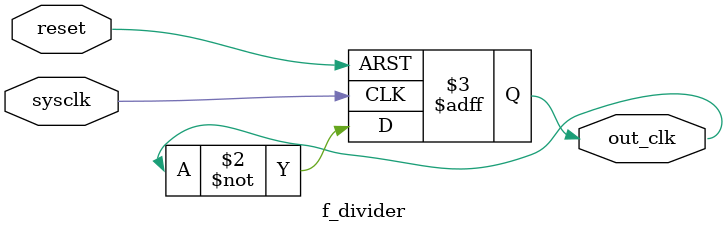
<source format=v>
module f_divider( 
    input sysclk,
    input reset,
    output reg out_clk
);  
    //reg  cnt;  
    always @( posedge sysclk or posedge reset) begin 
        if(reset) begin
            //cnt <= 1'b0; 
            out_clk <= 1'b0;
        end
        else begin 
            //cnt <= (cnt==1'd1) ? 1'd0 : cnt + 1'd1;  
            //out_clk <= (cnt==1'd0) ? ~out_clk : out_clk; 
            out_clk <= ~out_clk; 
        end  
    end
endmodule
</source>
